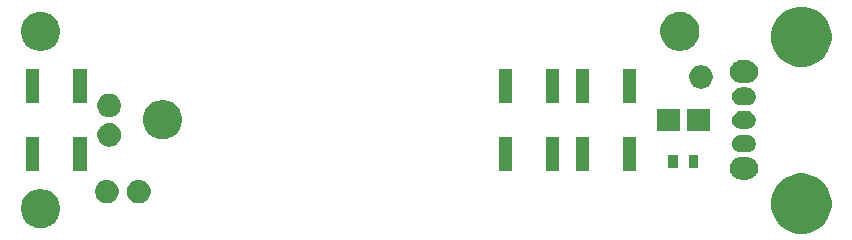
<source format=gbr>
G04 #@! TF.GenerationSoftware,KiCad,Pcbnew,5.1.0-unknown-9e240db~82~ubuntu18.04.1*
G04 #@! TF.CreationDate,2019-04-08T00:45:16+02:00*
G04 #@! TF.ProjectId,VoltMax PWM,566f6c74-4d61-4782-9050-574d2e6b6963,rev?*
G04 #@! TF.SameCoordinates,Original*
G04 #@! TF.FileFunction,Soldermask,Top*
G04 #@! TF.FilePolarity,Negative*
%FSLAX46Y46*%
G04 Gerber Fmt 4.6, Leading zero omitted, Abs format (unit mm)*
G04 Created by KiCad (PCBNEW 5.1.0-unknown-9e240db~82~ubuntu18.04.1) date 2019-04-08 00:45:16*
%MOMM*%
%LPD*%
G04 APERTURE LIST*
%ADD10C,0.100000*%
G04 APERTURE END LIST*
D10*
G36*
X176480000Y-103288000D02*
G01*
X176331000Y-103300000D01*
X176186000Y-103335000D01*
X176048000Y-103392000D01*
X175920000Y-103470000D01*
X175807000Y-103567000D01*
X175710000Y-103680000D01*
X175632000Y-103808000D01*
X175575000Y-103946000D01*
X175540000Y-104091000D01*
X175528000Y-104240000D01*
X175540000Y-104389000D01*
X175575000Y-104534000D01*
X175632000Y-104672000D01*
X175710000Y-104800000D01*
X175807000Y-104913000D01*
X175920000Y-105010000D01*
X176048000Y-105088000D01*
X176186000Y-105145000D01*
X176331000Y-105180000D01*
X176480000Y-105192000D01*
X176980000Y-105192000D01*
X177129000Y-105180000D01*
X177274000Y-105145000D01*
X177412000Y-105088000D01*
X177540000Y-105010000D01*
X177653000Y-104913000D01*
X177750000Y-104800000D01*
X177828000Y-104672000D01*
X177885000Y-104534000D01*
X177920000Y-104389000D01*
X177932000Y-104240000D01*
X177920000Y-104091000D01*
X177885000Y-103946000D01*
X177828000Y-103808000D01*
X177750000Y-103680000D01*
X177653000Y-103567000D01*
X177540000Y-103470000D01*
X177412000Y-103392000D01*
X177274000Y-103335000D01*
X177129000Y-103300000D01*
X176980000Y-103288000D01*
X176480000Y-103288000D01*
G37*
G36*
X176480000Y-95088000D02*
G01*
X176331000Y-95100000D01*
X176186000Y-95135000D01*
X176048000Y-95192000D01*
X175920000Y-95270000D01*
X175807000Y-95367000D01*
X175710000Y-95480000D01*
X175632000Y-95608000D01*
X175575000Y-95746000D01*
X175540000Y-95891000D01*
X175528000Y-96040000D01*
X175540000Y-96189000D01*
X175575000Y-96334000D01*
X175632000Y-96472000D01*
X175710000Y-96600000D01*
X175807000Y-96713000D01*
X175920000Y-96810000D01*
X176048000Y-96888000D01*
X176186000Y-96945000D01*
X176331000Y-96980000D01*
X176480000Y-96992000D01*
X176980000Y-96992000D01*
X177129000Y-96980000D01*
X177274000Y-96945000D01*
X177412000Y-96888000D01*
X177540000Y-96810000D01*
X177653000Y-96713000D01*
X177750000Y-96600000D01*
X177828000Y-96472000D01*
X177885000Y-96334000D01*
X177920000Y-96189000D01*
X177932000Y-96040000D01*
X177920000Y-95891000D01*
X177885000Y-95746000D01*
X177828000Y-95608000D01*
X177750000Y-95480000D01*
X177653000Y-95367000D01*
X177540000Y-95270000D01*
X177412000Y-95192000D01*
X177274000Y-95135000D01*
X177129000Y-95100000D01*
X176980000Y-95088000D01*
X176480000Y-95088000D01*
G37*
G36*
X176480000Y-101388000D02*
G01*
X176362000Y-101397000D01*
X176248000Y-101425000D01*
X176139000Y-101470000D01*
X176038000Y-101532000D01*
X175948000Y-101608000D01*
X175872000Y-101698000D01*
X175810000Y-101799000D01*
X175765000Y-101908000D01*
X175737000Y-102022000D01*
X175728000Y-102140000D01*
X175737000Y-102258000D01*
X175765000Y-102372000D01*
X175810000Y-102481000D01*
X175872000Y-102582000D01*
X175948000Y-102672000D01*
X176038000Y-102748000D01*
X176139000Y-102810000D01*
X176248000Y-102855000D01*
X176362000Y-102883000D01*
X176480000Y-102892000D01*
X176980000Y-102892000D01*
X177098000Y-102883000D01*
X177212000Y-102855000D01*
X177321000Y-102810000D01*
X177422000Y-102748000D01*
X177512000Y-102672000D01*
X177588000Y-102582000D01*
X177650000Y-102481000D01*
X177695000Y-102372000D01*
X177723000Y-102258000D01*
X177732000Y-102140000D01*
X177723000Y-102022000D01*
X177695000Y-101908000D01*
X177650000Y-101799000D01*
X177588000Y-101698000D01*
X177512000Y-101608000D01*
X177422000Y-101532000D01*
X177321000Y-101470000D01*
X177212000Y-101425000D01*
X177098000Y-101397000D01*
X176980000Y-101388000D01*
X176480000Y-101388000D01*
G37*
G36*
X176480000Y-99388000D02*
G01*
X176362000Y-99397000D01*
X176248000Y-99425000D01*
X176139000Y-99470000D01*
X176038000Y-99532000D01*
X175948000Y-99608000D01*
X175872000Y-99698000D01*
X175810000Y-99799000D01*
X175765000Y-99908000D01*
X175737000Y-100022000D01*
X175728000Y-100140000D01*
X175737000Y-100258000D01*
X175765000Y-100372000D01*
X175810000Y-100481000D01*
X175872000Y-100582000D01*
X175948000Y-100672000D01*
X176038000Y-100748000D01*
X176139000Y-100810000D01*
X176248000Y-100855000D01*
X176362000Y-100883000D01*
X176480000Y-100892000D01*
X176980000Y-100892000D01*
X177098000Y-100883000D01*
X177212000Y-100855000D01*
X177321000Y-100810000D01*
X177422000Y-100748000D01*
X177512000Y-100672000D01*
X177588000Y-100582000D01*
X177650000Y-100481000D01*
X177695000Y-100372000D01*
X177723000Y-100258000D01*
X177732000Y-100140000D01*
X177723000Y-100022000D01*
X177695000Y-99908000D01*
X177650000Y-99799000D01*
X177588000Y-99698000D01*
X177512000Y-99608000D01*
X177422000Y-99532000D01*
X177321000Y-99470000D01*
X177212000Y-99425000D01*
X177098000Y-99397000D01*
X176980000Y-99388000D01*
X176480000Y-99388000D01*
G37*
G36*
X176480000Y-97388000D02*
G01*
X176362000Y-97397000D01*
X176248000Y-97425000D01*
X176139000Y-97470000D01*
X176038000Y-97532000D01*
X175948000Y-97608000D01*
X175872000Y-97698000D01*
X175810000Y-97799000D01*
X175765000Y-97908000D01*
X175737000Y-98022000D01*
X175728000Y-98140000D01*
X175737000Y-98258000D01*
X175765000Y-98372000D01*
X175810000Y-98481000D01*
X175872000Y-98582000D01*
X175948000Y-98672000D01*
X176038000Y-98748000D01*
X176139000Y-98810000D01*
X176248000Y-98855000D01*
X176362000Y-98883000D01*
X176480000Y-98892000D01*
X176980000Y-98892000D01*
X177098000Y-98883000D01*
X177212000Y-98855000D01*
X177321000Y-98810000D01*
X177422000Y-98748000D01*
X177512000Y-98672000D01*
X177588000Y-98582000D01*
X177650000Y-98481000D01*
X177695000Y-98372000D01*
X177723000Y-98258000D01*
X177732000Y-98140000D01*
X177723000Y-98022000D01*
X177695000Y-97908000D01*
X177650000Y-97799000D01*
X177588000Y-97698000D01*
X177512000Y-97608000D01*
X177422000Y-97532000D01*
X177321000Y-97470000D01*
X177212000Y-97425000D01*
X177098000Y-97397000D01*
X176980000Y-97388000D01*
X176480000Y-97388000D01*
G37*
G36*
X182344098Y-104767033D02*
G01*
X182808350Y-104959332D01*
X182808352Y-104959333D01*
X183226168Y-105238509D01*
X183581491Y-105593832D01*
X183860667Y-106011648D01*
X183860668Y-106011650D01*
X184052967Y-106475902D01*
X184151000Y-106968747D01*
X184151000Y-107471253D01*
X184052967Y-107964098D01*
X183861625Y-108426040D01*
X183860667Y-108428352D01*
X183581491Y-108846168D01*
X183226168Y-109201491D01*
X182808352Y-109480667D01*
X182808351Y-109480668D01*
X182808350Y-109480668D01*
X182344098Y-109672967D01*
X181851253Y-109771000D01*
X181348747Y-109771000D01*
X180855902Y-109672967D01*
X180391650Y-109480668D01*
X180391649Y-109480668D01*
X180391648Y-109480667D01*
X179973832Y-109201491D01*
X179618509Y-108846168D01*
X179339333Y-108428352D01*
X179338375Y-108426040D01*
X179147033Y-107964098D01*
X179049000Y-107471253D01*
X179049000Y-106968747D01*
X179147033Y-106475902D01*
X179339332Y-106011650D01*
X179339333Y-106011648D01*
X179618509Y-105593832D01*
X179973832Y-105238509D01*
X180391648Y-104959333D01*
X180391650Y-104959332D01*
X180855902Y-104767033D01*
X181348747Y-104669000D01*
X181851253Y-104669000D01*
X182344098Y-104767033D01*
X182344098Y-104767033D01*
G37*
G36*
X117544256Y-106035298D02*
G01*
X117650579Y-106056447D01*
X117951042Y-106180903D01*
X118221451Y-106361585D01*
X118451415Y-106591549D01*
X118632097Y-106861958D01*
X118725564Y-107087606D01*
X118756553Y-107162422D01*
X118817984Y-107471253D01*
X118820000Y-107481391D01*
X118820000Y-107806609D01*
X118756553Y-108125579D01*
X118632097Y-108426042D01*
X118451415Y-108696451D01*
X118221451Y-108926415D01*
X117951042Y-109107097D01*
X117650579Y-109231553D01*
X117544256Y-109252702D01*
X117331611Y-109295000D01*
X117006389Y-109295000D01*
X116793744Y-109252702D01*
X116687421Y-109231553D01*
X116386958Y-109107097D01*
X116116549Y-108926415D01*
X115886585Y-108696451D01*
X115705903Y-108426042D01*
X115581447Y-108125579D01*
X115518000Y-107806609D01*
X115518000Y-107481391D01*
X115520017Y-107471253D01*
X115581447Y-107162422D01*
X115612437Y-107087606D01*
X115705903Y-106861958D01*
X115886585Y-106591549D01*
X116116549Y-106361585D01*
X116386958Y-106180903D01*
X116687421Y-106056447D01*
X116793744Y-106035298D01*
X117006389Y-105993000D01*
X117331611Y-105993000D01*
X117544256Y-106035298D01*
X117544256Y-106035298D01*
G37*
G36*
X125695403Y-105217646D02*
G01*
X125792156Y-105236891D01*
X125867658Y-105268165D01*
X125974434Y-105312393D01*
X125974435Y-105312394D01*
X126138483Y-105422007D01*
X126277993Y-105561517D01*
X126277994Y-105561519D01*
X126387607Y-105725566D01*
X126463109Y-105907845D01*
X126501600Y-106101350D01*
X126501600Y-106298650D01*
X126463109Y-106492155D01*
X126387607Y-106674434D01*
X126387606Y-106674435D01*
X126277993Y-106838483D01*
X126138483Y-106977993D01*
X126055902Y-107033172D01*
X125974434Y-107087607D01*
X125867658Y-107131835D01*
X125792156Y-107163109D01*
X125695403Y-107182354D01*
X125598650Y-107201600D01*
X125401350Y-107201600D01*
X125304597Y-107182354D01*
X125207844Y-107163109D01*
X125132342Y-107131835D01*
X125025566Y-107087607D01*
X124944098Y-107033172D01*
X124861517Y-106977993D01*
X124722007Y-106838483D01*
X124612394Y-106674435D01*
X124612393Y-106674434D01*
X124536891Y-106492155D01*
X124498400Y-106298650D01*
X124498400Y-106101350D01*
X124536891Y-105907845D01*
X124612393Y-105725566D01*
X124722006Y-105561519D01*
X124722007Y-105561517D01*
X124861517Y-105422007D01*
X125025565Y-105312394D01*
X125025566Y-105312393D01*
X125132342Y-105268165D01*
X125207844Y-105236891D01*
X125304597Y-105217646D01*
X125401350Y-105198400D01*
X125598650Y-105198400D01*
X125695403Y-105217646D01*
X125695403Y-105217646D01*
G37*
G36*
X122995403Y-105217646D02*
G01*
X123092156Y-105236891D01*
X123167658Y-105268165D01*
X123274434Y-105312393D01*
X123274435Y-105312394D01*
X123438483Y-105422007D01*
X123577993Y-105561517D01*
X123577994Y-105561519D01*
X123687607Y-105725566D01*
X123763109Y-105907845D01*
X123801600Y-106101350D01*
X123801600Y-106298650D01*
X123763109Y-106492155D01*
X123687607Y-106674434D01*
X123687606Y-106674435D01*
X123577993Y-106838483D01*
X123438483Y-106977993D01*
X123355902Y-107033172D01*
X123274434Y-107087607D01*
X123167658Y-107131835D01*
X123092156Y-107163109D01*
X122995403Y-107182354D01*
X122898650Y-107201600D01*
X122701350Y-107201600D01*
X122604597Y-107182354D01*
X122507844Y-107163109D01*
X122432342Y-107131835D01*
X122325566Y-107087607D01*
X122244098Y-107033172D01*
X122161517Y-106977993D01*
X122022007Y-106838483D01*
X121912394Y-106674435D01*
X121912393Y-106674434D01*
X121836891Y-106492155D01*
X121798400Y-106298650D01*
X121798400Y-106101350D01*
X121836891Y-105907845D01*
X121912393Y-105725566D01*
X122022006Y-105561519D01*
X122022007Y-105561517D01*
X122161517Y-105422007D01*
X122325565Y-105312394D01*
X122325566Y-105312393D01*
X122432342Y-105268165D01*
X122507844Y-105236891D01*
X122604597Y-105217646D01*
X122701350Y-105198400D01*
X122898650Y-105198400D01*
X122995403Y-105217646D01*
X122995403Y-105217646D01*
G37*
G36*
X177007570Y-103324969D02*
G01*
X177180753Y-103396704D01*
X177336607Y-103500842D01*
X177469158Y-103633393D01*
X177573296Y-103789247D01*
X177645031Y-103962430D01*
X177681600Y-104146274D01*
X177681600Y-104333726D01*
X177645031Y-104517570D01*
X177573296Y-104690753D01*
X177469158Y-104846607D01*
X177336607Y-104979158D01*
X177180753Y-105083296D01*
X177007570Y-105155031D01*
X176823726Y-105191600D01*
X176636274Y-105191600D01*
X176452430Y-105155031D01*
X176279247Y-105083296D01*
X176123393Y-104979158D01*
X175990842Y-104846607D01*
X175886704Y-104690753D01*
X175814969Y-104517570D01*
X175778400Y-104333726D01*
X175778400Y-104146274D01*
X175814969Y-103962430D01*
X175886704Y-103789247D01*
X175990842Y-103633393D01*
X176123393Y-103500842D01*
X176279247Y-103396704D01*
X176452430Y-103324969D01*
X176636274Y-103288400D01*
X176823726Y-103288400D01*
X177007570Y-103324969D01*
X177007570Y-103324969D01*
G37*
G36*
X163621000Y-104501000D02*
G01*
X162519000Y-104501000D01*
X162519000Y-101599000D01*
X163621000Y-101599000D01*
X163621000Y-104501000D01*
X163621000Y-104501000D01*
G37*
G36*
X167621000Y-104501000D02*
G01*
X166519000Y-104501000D01*
X166519000Y-101599000D01*
X167621000Y-101599000D01*
X167621000Y-104501000D01*
X167621000Y-104501000D01*
G37*
G36*
X157061000Y-104501000D02*
G01*
X155959000Y-104501000D01*
X155959000Y-101599000D01*
X157061000Y-101599000D01*
X157061000Y-104501000D01*
X157061000Y-104501000D01*
G37*
G36*
X161061000Y-104501000D02*
G01*
X159959000Y-104501000D01*
X159959000Y-101599000D01*
X161061000Y-101599000D01*
X161061000Y-104501000D01*
X161061000Y-104501000D01*
G37*
G36*
X117074000Y-104495000D02*
G01*
X115972000Y-104495000D01*
X115972000Y-101593000D01*
X117074000Y-101593000D01*
X117074000Y-104495000D01*
X117074000Y-104495000D01*
G37*
G36*
X121074000Y-104495000D02*
G01*
X119972000Y-104495000D01*
X119972000Y-101593000D01*
X121074000Y-101593000D01*
X121074000Y-104495000D01*
X121074000Y-104495000D01*
G37*
G36*
X172861000Y-104251000D02*
G01*
X172089000Y-104251000D01*
X172089000Y-103149000D01*
X172861000Y-103149000D01*
X172861000Y-104251000D01*
X172861000Y-104251000D01*
G37*
G36*
X171111000Y-104251000D02*
G01*
X170339000Y-104251000D01*
X170339000Y-103149000D01*
X171111000Y-103149000D01*
X171111000Y-104251000D01*
X171111000Y-104251000D01*
G37*
G36*
X176949234Y-101417283D02*
G01*
X177086016Y-101473940D01*
X177209117Y-101556194D01*
X177313806Y-101660883D01*
X177396060Y-101783984D01*
X177452717Y-101920766D01*
X177481600Y-102065974D01*
X177481600Y-102214026D01*
X177452717Y-102359234D01*
X177396060Y-102496016D01*
X177313806Y-102619117D01*
X177209117Y-102723806D01*
X177086016Y-102806060D01*
X176949234Y-102862717D01*
X176804026Y-102891600D01*
X176655974Y-102891600D01*
X176510766Y-102862717D01*
X176373984Y-102806060D01*
X176250883Y-102723806D01*
X176146194Y-102619117D01*
X176063940Y-102496016D01*
X176007283Y-102359234D01*
X175978400Y-102214026D01*
X175978400Y-102065974D01*
X176007283Y-101920766D01*
X176063940Y-101783984D01*
X176146194Y-101660883D01*
X176250883Y-101556194D01*
X176373984Y-101473940D01*
X176510766Y-101417283D01*
X176655974Y-101388400D01*
X176804026Y-101388400D01*
X176949234Y-101417283D01*
X176949234Y-101417283D01*
G37*
G36*
X123195403Y-100417646D02*
G01*
X123292156Y-100436891D01*
X123367658Y-100468165D01*
X123474434Y-100512393D01*
X123474435Y-100512394D01*
X123638483Y-100622007D01*
X123777993Y-100761517D01*
X123807756Y-100806061D01*
X123887607Y-100925566D01*
X123931835Y-101032342D01*
X123963109Y-101107844D01*
X124001600Y-101301351D01*
X124001600Y-101498649D01*
X123969330Y-101660883D01*
X123963109Y-101692155D01*
X123887607Y-101874434D01*
X123856649Y-101920766D01*
X123777993Y-102038483D01*
X123638483Y-102177993D01*
X123555901Y-102233172D01*
X123474434Y-102287607D01*
X123367658Y-102331835D01*
X123292156Y-102363109D01*
X123195403Y-102382354D01*
X123098650Y-102401600D01*
X122901350Y-102401600D01*
X122804597Y-102382354D01*
X122707844Y-102363109D01*
X122632342Y-102331835D01*
X122525566Y-102287607D01*
X122444098Y-102233172D01*
X122361517Y-102177993D01*
X122222007Y-102038483D01*
X122143351Y-101920766D01*
X122112393Y-101874434D01*
X122036891Y-101692155D01*
X122030671Y-101660883D01*
X121998400Y-101498649D01*
X121998400Y-101301351D01*
X122036891Y-101107844D01*
X122068165Y-101032342D01*
X122112393Y-100925566D01*
X122192244Y-100806061D01*
X122222007Y-100761517D01*
X122361517Y-100622007D01*
X122525565Y-100512394D01*
X122525566Y-100512393D01*
X122632342Y-100468165D01*
X122707844Y-100436891D01*
X122804598Y-100417645D01*
X122901350Y-100398400D01*
X123098650Y-100398400D01*
X123195403Y-100417646D01*
X123195403Y-100417646D01*
G37*
G36*
X127890256Y-98506298D02*
G01*
X127996579Y-98527447D01*
X128297042Y-98651903D01*
X128567451Y-98832585D01*
X128797415Y-99062549D01*
X128978097Y-99332958D01*
X128978098Y-99332960D01*
X129001062Y-99388400D01*
X129102553Y-99633421D01*
X129108016Y-99660884D01*
X129159710Y-99920766D01*
X129166000Y-99952391D01*
X129166000Y-100277609D01*
X129102553Y-100596579D01*
X128978097Y-100897042D01*
X128797415Y-101167451D01*
X128567451Y-101397415D01*
X128297042Y-101578097D01*
X127996579Y-101702553D01*
X127890256Y-101723702D01*
X127677611Y-101766000D01*
X127352389Y-101766000D01*
X127139744Y-101723702D01*
X127033421Y-101702553D01*
X126732958Y-101578097D01*
X126462549Y-101397415D01*
X126232585Y-101167451D01*
X126051903Y-100897042D01*
X125927447Y-100596579D01*
X125864000Y-100277609D01*
X125864000Y-99952391D01*
X125870291Y-99920766D01*
X125921984Y-99660884D01*
X125927447Y-99633421D01*
X126028938Y-99388400D01*
X126051902Y-99332960D01*
X126051903Y-99332958D01*
X126232585Y-99062549D01*
X126462549Y-98832585D01*
X126732958Y-98651903D01*
X127033421Y-98527447D01*
X127139744Y-98506298D01*
X127352389Y-98464000D01*
X127677611Y-98464000D01*
X127890256Y-98506298D01*
X127890256Y-98506298D01*
G37*
G36*
X171291000Y-101095000D02*
G01*
X169389000Y-101095000D01*
X169389000Y-99193000D01*
X171291000Y-99193000D01*
X171291000Y-101095000D01*
X171291000Y-101095000D01*
G37*
G36*
X173831000Y-101095000D02*
G01*
X171929000Y-101095000D01*
X171929000Y-99193000D01*
X173831000Y-99193000D01*
X173831000Y-101095000D01*
X173831000Y-101095000D01*
G37*
G36*
X176949234Y-99417283D02*
G01*
X177086016Y-99473940D01*
X177209117Y-99556194D01*
X177313806Y-99660883D01*
X177396060Y-99783984D01*
X177452717Y-99920766D01*
X177481600Y-100065974D01*
X177481600Y-100214026D01*
X177452717Y-100359234D01*
X177396060Y-100496016D01*
X177313806Y-100619117D01*
X177209117Y-100723806D01*
X177086016Y-100806060D01*
X176949234Y-100862717D01*
X176804026Y-100891600D01*
X176655974Y-100891600D01*
X176510766Y-100862717D01*
X176373984Y-100806060D01*
X176250883Y-100723806D01*
X176146194Y-100619117D01*
X176063940Y-100496016D01*
X176007283Y-100359234D01*
X175978400Y-100214026D01*
X175978400Y-100065974D01*
X176007283Y-99920766D01*
X176063940Y-99783984D01*
X176146194Y-99660883D01*
X176250883Y-99556194D01*
X176373984Y-99473940D01*
X176510766Y-99417283D01*
X176655974Y-99388400D01*
X176804026Y-99388400D01*
X176949234Y-99417283D01*
X176949234Y-99417283D01*
G37*
G36*
X123140812Y-97920765D02*
G01*
X123272156Y-97946891D01*
X123347658Y-97978165D01*
X123454434Y-98022393D01*
X123454435Y-98022394D01*
X123618483Y-98132007D01*
X123757993Y-98271517D01*
X123757994Y-98271519D01*
X123867607Y-98435566D01*
X123892645Y-98496013D01*
X123943109Y-98617844D01*
X123949884Y-98651903D01*
X123981600Y-98811350D01*
X123981600Y-99008650D01*
X123943109Y-99202155D01*
X123867607Y-99384434D01*
X123813172Y-99465902D01*
X123757993Y-99548483D01*
X123618483Y-99687993D01*
X123535902Y-99743172D01*
X123454434Y-99797607D01*
X123347658Y-99841835D01*
X123272156Y-99873109D01*
X123175402Y-99892355D01*
X123078650Y-99911600D01*
X122881350Y-99911600D01*
X122784598Y-99892355D01*
X122687844Y-99873109D01*
X122612342Y-99841835D01*
X122505566Y-99797607D01*
X122424098Y-99743172D01*
X122341517Y-99687993D01*
X122202007Y-99548483D01*
X122146828Y-99465902D01*
X122092393Y-99384434D01*
X122016891Y-99202155D01*
X121978400Y-99008650D01*
X121978400Y-98811350D01*
X122010116Y-98651903D01*
X122016891Y-98617844D01*
X122067355Y-98496013D01*
X122092393Y-98435566D01*
X122202006Y-98271519D01*
X122202007Y-98271517D01*
X122341517Y-98132007D01*
X122505565Y-98022394D01*
X122505566Y-98022393D01*
X122612342Y-97978165D01*
X122687844Y-97946891D01*
X122819188Y-97920765D01*
X122881350Y-97908400D01*
X123078650Y-97908400D01*
X123140812Y-97920765D01*
X123140812Y-97920765D01*
G37*
G36*
X176949234Y-97417283D02*
G01*
X177086016Y-97473940D01*
X177209117Y-97556194D01*
X177313806Y-97660883D01*
X177396060Y-97783984D01*
X177452717Y-97920766D01*
X177481600Y-98065974D01*
X177481600Y-98214026D01*
X177452717Y-98359234D01*
X177396060Y-98496016D01*
X177313806Y-98619117D01*
X177209117Y-98723806D01*
X177086016Y-98806060D01*
X176949234Y-98862717D01*
X176804026Y-98891600D01*
X176655974Y-98891600D01*
X176510766Y-98862717D01*
X176373984Y-98806060D01*
X176250883Y-98723806D01*
X176146194Y-98619117D01*
X176063940Y-98496016D01*
X176007283Y-98359234D01*
X175978400Y-98214026D01*
X175978400Y-98065974D01*
X176007283Y-97920766D01*
X176063940Y-97783984D01*
X176146194Y-97660883D01*
X176250883Y-97556194D01*
X176373984Y-97473940D01*
X176510766Y-97417283D01*
X176655974Y-97388400D01*
X176804026Y-97388400D01*
X176949234Y-97417283D01*
X176949234Y-97417283D01*
G37*
G36*
X157061000Y-98701000D02*
G01*
X155959000Y-98701000D01*
X155959000Y-95799000D01*
X157061000Y-95799000D01*
X157061000Y-98701000D01*
X157061000Y-98701000D01*
G37*
G36*
X167621000Y-98701000D02*
G01*
X166519000Y-98701000D01*
X166519000Y-95799000D01*
X167621000Y-95799000D01*
X167621000Y-98701000D01*
X167621000Y-98701000D01*
G37*
G36*
X161061000Y-98701000D02*
G01*
X159959000Y-98701000D01*
X159959000Y-95799000D01*
X161061000Y-95799000D01*
X161061000Y-98701000D01*
X161061000Y-98701000D01*
G37*
G36*
X163621000Y-98701000D02*
G01*
X162519000Y-98701000D01*
X162519000Y-95799000D01*
X163621000Y-95799000D01*
X163621000Y-98701000D01*
X163621000Y-98701000D01*
G37*
G36*
X117074000Y-98695000D02*
G01*
X115972000Y-98695000D01*
X115972000Y-95793000D01*
X117074000Y-95793000D01*
X117074000Y-98695000D01*
X117074000Y-98695000D01*
G37*
G36*
X121074000Y-98695000D02*
G01*
X119972000Y-98695000D01*
X119972000Y-95793000D01*
X121074000Y-95793000D01*
X121074000Y-98695000D01*
X121074000Y-98695000D01*
G37*
G36*
X173295403Y-95517646D02*
G01*
X173392156Y-95536891D01*
X173467658Y-95568165D01*
X173574434Y-95612393D01*
X173574435Y-95612394D01*
X173738483Y-95722007D01*
X173877993Y-95861517D01*
X173877994Y-95861519D01*
X173987607Y-96025566D01*
X174063109Y-96207845D01*
X174101600Y-96401350D01*
X174101600Y-96598650D01*
X174063109Y-96792155D01*
X173987607Y-96974434D01*
X173987606Y-96974435D01*
X173877993Y-97138483D01*
X173738483Y-97277993D01*
X173655902Y-97333172D01*
X173574434Y-97387607D01*
X173467658Y-97431835D01*
X173392156Y-97463109D01*
X173337710Y-97473939D01*
X173198650Y-97501600D01*
X173001350Y-97501600D01*
X172862290Y-97473939D01*
X172807844Y-97463109D01*
X172732342Y-97431835D01*
X172625566Y-97387607D01*
X172544098Y-97333172D01*
X172461517Y-97277993D01*
X172322007Y-97138483D01*
X172212394Y-96974435D01*
X172212393Y-96974434D01*
X172136891Y-96792155D01*
X172098400Y-96598650D01*
X172098400Y-96401350D01*
X172136891Y-96207845D01*
X172212393Y-96025566D01*
X172322006Y-95861519D01*
X172322007Y-95861517D01*
X172461517Y-95722007D01*
X172625565Y-95612394D01*
X172625566Y-95612393D01*
X172732342Y-95568165D01*
X172807844Y-95536891D01*
X172904598Y-95517645D01*
X173001350Y-95498400D01*
X173198650Y-95498400D01*
X173295403Y-95517646D01*
X173295403Y-95517646D01*
G37*
G36*
X177007570Y-95124969D02*
G01*
X177180753Y-95196704D01*
X177336607Y-95300842D01*
X177469158Y-95433393D01*
X177573296Y-95589247D01*
X177645031Y-95762430D01*
X177681600Y-95946274D01*
X177681600Y-96133726D01*
X177645031Y-96317570D01*
X177573296Y-96490753D01*
X177469158Y-96646607D01*
X177336607Y-96779158D01*
X177180753Y-96883296D01*
X177007570Y-96955031D01*
X176823726Y-96991600D01*
X176636274Y-96991600D01*
X176452430Y-96955031D01*
X176279247Y-96883296D01*
X176123393Y-96779158D01*
X175990842Y-96646607D01*
X175886704Y-96490753D01*
X175814969Y-96317570D01*
X175778400Y-96133726D01*
X175778400Y-95946274D01*
X175814969Y-95762430D01*
X175886704Y-95589247D01*
X175990842Y-95433393D01*
X176123393Y-95300842D01*
X176279247Y-95196704D01*
X176452430Y-95124969D01*
X176636274Y-95088400D01*
X176823726Y-95088400D01*
X177007570Y-95124969D01*
X177007570Y-95124969D01*
G37*
G36*
X182344098Y-90637033D02*
G01*
X182808350Y-90829332D01*
X182808352Y-90829333D01*
X183226168Y-91108509D01*
X183581491Y-91463832D01*
X183860667Y-91881648D01*
X183860668Y-91881650D01*
X184052967Y-92345902D01*
X184151000Y-92838747D01*
X184151000Y-93341253D01*
X184052967Y-93834098D01*
X183888502Y-94231153D01*
X183860667Y-94298352D01*
X183581491Y-94716168D01*
X183226168Y-95071491D01*
X182808352Y-95350667D01*
X182808351Y-95350668D01*
X182808350Y-95350668D01*
X182344098Y-95542967D01*
X181851253Y-95641000D01*
X181348747Y-95641000D01*
X180855902Y-95542967D01*
X180391650Y-95350668D01*
X180391649Y-95350668D01*
X180391648Y-95350667D01*
X179973832Y-95071491D01*
X179618509Y-94716168D01*
X179339333Y-94298352D01*
X179311498Y-94231153D01*
X179147033Y-93834098D01*
X179049000Y-93341253D01*
X179049000Y-92838747D01*
X179147033Y-92345902D01*
X179339332Y-91881650D01*
X179339333Y-91881648D01*
X179618509Y-91463832D01*
X179973832Y-91108509D01*
X180391648Y-90829333D01*
X180391650Y-90829332D01*
X180855902Y-90637033D01*
X181348747Y-90539000D01*
X181851253Y-90539000D01*
X182344098Y-90637033D01*
X182344098Y-90637033D01*
G37*
G36*
X171684256Y-91034898D02*
G01*
X171790579Y-91056047D01*
X172091042Y-91180503D01*
X172361451Y-91361185D01*
X172591415Y-91591149D01*
X172591416Y-91591151D01*
X172772098Y-91861560D01*
X172808550Y-91949563D01*
X172896553Y-92162021D01*
X172960000Y-92480991D01*
X172960000Y-92806209D01*
X172896553Y-93125179D01*
X172772097Y-93425642D01*
X172591415Y-93696051D01*
X172361451Y-93926015D01*
X172091042Y-94106697D01*
X171790579Y-94231153D01*
X171684256Y-94252302D01*
X171471611Y-94294600D01*
X171146389Y-94294600D01*
X170933744Y-94252302D01*
X170827421Y-94231153D01*
X170526958Y-94106697D01*
X170256549Y-93926015D01*
X170026585Y-93696051D01*
X169845903Y-93425642D01*
X169721447Y-93125179D01*
X169658000Y-92806209D01*
X169658000Y-92480991D01*
X169721447Y-92162021D01*
X169809450Y-91949563D01*
X169845902Y-91861560D01*
X170026584Y-91591151D01*
X170026585Y-91591149D01*
X170256549Y-91361185D01*
X170526958Y-91180503D01*
X170827421Y-91056047D01*
X170933744Y-91034898D01*
X171146389Y-90992600D01*
X171471611Y-90992600D01*
X171684256Y-91034898D01*
X171684256Y-91034898D01*
G37*
G36*
X117544256Y-91034898D02*
G01*
X117650579Y-91056047D01*
X117951042Y-91180503D01*
X118221451Y-91361185D01*
X118451415Y-91591149D01*
X118451416Y-91591151D01*
X118632098Y-91861560D01*
X118668550Y-91949563D01*
X118756553Y-92162021D01*
X118820000Y-92480991D01*
X118820000Y-92806209D01*
X118756553Y-93125179D01*
X118632097Y-93425642D01*
X118451415Y-93696051D01*
X118221451Y-93926015D01*
X117951042Y-94106697D01*
X117650579Y-94231153D01*
X117544256Y-94252302D01*
X117331611Y-94294600D01*
X117006389Y-94294600D01*
X116793744Y-94252302D01*
X116687421Y-94231153D01*
X116386958Y-94106697D01*
X116116549Y-93926015D01*
X115886585Y-93696051D01*
X115705903Y-93425642D01*
X115581447Y-93125179D01*
X115518000Y-92806209D01*
X115518000Y-92480991D01*
X115581447Y-92162021D01*
X115669450Y-91949563D01*
X115705902Y-91861560D01*
X115886584Y-91591151D01*
X115886585Y-91591149D01*
X116116549Y-91361185D01*
X116386958Y-91180503D01*
X116687421Y-91056047D01*
X116793744Y-91034898D01*
X117006389Y-90992600D01*
X117331611Y-90992600D01*
X117544256Y-91034898D01*
X117544256Y-91034898D01*
G37*
M02*

</source>
